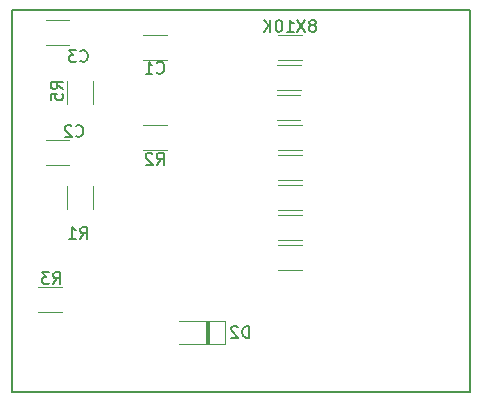
<source format=gbr>
G04 #@! TF.GenerationSoftware,KiCad,Pcbnew,(5.0.2)-1*
G04 #@! TF.CreationDate,2018-12-23T15:01:24+01:00*
G04 #@! TF.ProjectId,MutltiSwitch_Sw8,4d75746c-7469-4537-9769-7463685f5377,0.1*
G04 #@! TF.SameCoordinates,Original*
G04 #@! TF.FileFunction,Legend,Bot*
G04 #@! TF.FilePolarity,Positive*
%FSLAX46Y46*%
G04 Gerber Fmt 4.6, Leading zero omitted, Abs format (unit mm)*
G04 Created by KiCad (PCBNEW (5.0.2)-1) date 23/12/2018 15:01:24*
%MOMM*%
%LPD*%
G01*
G04 APERTURE LIST*
%ADD10C,0.200000*%
%ADD11C,0.150000*%
%ADD12C,0.120000*%
G04 APERTURE END LIST*
D10*
X149860000Y-114681000D02*
X149860000Y-116459000D01*
X149987000Y-116459000D02*
X149987000Y-114681000D01*
D11*
X158868809Y-89542952D02*
X158964047Y-89495333D01*
X159011666Y-89447714D01*
X159059285Y-89352476D01*
X159059285Y-89304857D01*
X159011666Y-89209619D01*
X158964047Y-89162000D01*
X158868809Y-89114380D01*
X158678333Y-89114380D01*
X158583095Y-89162000D01*
X158535476Y-89209619D01*
X158487857Y-89304857D01*
X158487857Y-89352476D01*
X158535476Y-89447714D01*
X158583095Y-89495333D01*
X158678333Y-89542952D01*
X158868809Y-89542952D01*
X158964047Y-89590571D01*
X159011666Y-89638190D01*
X159059285Y-89733428D01*
X159059285Y-89923904D01*
X159011666Y-90019142D01*
X158964047Y-90066761D01*
X158868809Y-90114380D01*
X158678333Y-90114380D01*
X158583095Y-90066761D01*
X158535476Y-90019142D01*
X158487857Y-89923904D01*
X158487857Y-89733428D01*
X158535476Y-89638190D01*
X158583095Y-89590571D01*
X158678333Y-89542952D01*
X158154523Y-89114380D02*
X157487857Y-90114380D01*
X157487857Y-89114380D02*
X158154523Y-90114380D01*
X156583095Y-90114380D02*
X157154523Y-90114380D01*
X156868809Y-90114380D02*
X156868809Y-89114380D01*
X156964047Y-89257238D01*
X157059285Y-89352476D01*
X157154523Y-89400095D01*
X155964047Y-89114380D02*
X155868809Y-89114380D01*
X155773571Y-89162000D01*
X155725952Y-89209619D01*
X155678333Y-89304857D01*
X155630714Y-89495333D01*
X155630714Y-89733428D01*
X155678333Y-89923904D01*
X155725952Y-90019142D01*
X155773571Y-90066761D01*
X155868809Y-90114380D01*
X155964047Y-90114380D01*
X156059285Y-90066761D01*
X156106904Y-90019142D01*
X156154523Y-89923904D01*
X156202142Y-89733428D01*
X156202142Y-89495333D01*
X156154523Y-89304857D01*
X156106904Y-89209619D01*
X156059285Y-89162000D01*
X155964047Y-89114380D01*
X155202142Y-90114380D02*
X155202142Y-89114380D01*
X154630714Y-90114380D02*
X155059285Y-89542952D01*
X154630714Y-89114380D02*
X155202142Y-89685809D01*
X133350000Y-120650000D02*
X133350000Y-88265000D01*
X172085000Y-120650000D02*
X172085000Y-88265000D01*
X172085000Y-88265000D02*
X133350000Y-88265000D01*
X133350000Y-120650000D02*
X172085000Y-120650000D01*
D12*
G04 #@! TO.C,C1*
X146415000Y-92460000D02*
X144415000Y-92460000D01*
X144415000Y-90420000D02*
X146415000Y-90420000D01*
G04 #@! TO.C,C2*
X138160000Y-101350000D02*
X136160000Y-101350000D01*
X136160000Y-99310000D02*
X138160000Y-99310000D01*
G04 #@! TO.C,C3*
X138160000Y-91190000D02*
X136160000Y-91190000D01*
X136160000Y-89150000D02*
X138160000Y-89150000D01*
G04 #@! TO.C,R2*
X146415000Y-97990000D02*
X144415000Y-97990000D01*
X144415000Y-100130000D02*
X146415000Y-100130000D01*
G04 #@! TO.C,R1*
X137995000Y-103140000D02*
X137995000Y-105140000D01*
X140135000Y-105140000D02*
X140135000Y-103140000D01*
G04 #@! TO.C,D2*
X151348000Y-114570000D02*
X151348000Y-116570000D01*
X151348000Y-116570000D02*
X147448000Y-116570000D01*
X151348000Y-114570000D02*
X147448000Y-114570000D01*
G04 #@! TO.C,R3*
X137525000Y-111706000D02*
X135525000Y-111706000D01*
X135525000Y-113846000D02*
X137525000Y-113846000D01*
G04 #@! TO.C,R5*
X137995000Y-94250000D02*
X137995000Y-96250000D01*
X140135000Y-96250000D02*
X140135000Y-94250000D01*
G04 #@! TO.C,R6*
X157845000Y-90370000D02*
X155845000Y-90370000D01*
X155845000Y-92510000D02*
X157845000Y-92510000D01*
G04 #@! TO.C,R7*
X157792000Y-92910000D02*
X155792000Y-92910000D01*
X155792000Y-95050000D02*
X157792000Y-95050000D01*
G04 #@! TO.C,R8*
X157718000Y-95450000D02*
X155718000Y-95450000D01*
X155718000Y-97590000D02*
X157718000Y-97590000D01*
G04 #@! TO.C,R9*
X157845000Y-97990000D02*
X155845000Y-97990000D01*
X155845000Y-100130000D02*
X157845000Y-100130000D01*
G04 #@! TO.C,R10*
X157845000Y-100530000D02*
X155845000Y-100530000D01*
X155845000Y-102670000D02*
X157845000Y-102670000D01*
G04 #@! TO.C,R11*
X157845000Y-103070000D02*
X155845000Y-103070000D01*
X155845000Y-105210000D02*
X157845000Y-105210000D01*
G04 #@! TO.C,R12*
X157845000Y-105610000D02*
X155845000Y-105610000D01*
X155845000Y-107750000D02*
X157845000Y-107750000D01*
G04 #@! TO.C,R13*
X157845000Y-108150000D02*
X155845000Y-108150000D01*
X155845000Y-110290000D02*
X157845000Y-110290000D01*
G04 #@! TD*
G04 #@! TO.C,C1*
D11*
X145581666Y-93547142D02*
X145629285Y-93594761D01*
X145772142Y-93642380D01*
X145867380Y-93642380D01*
X146010238Y-93594761D01*
X146105476Y-93499523D01*
X146153095Y-93404285D01*
X146200714Y-93213809D01*
X146200714Y-93070952D01*
X146153095Y-92880476D01*
X146105476Y-92785238D01*
X146010238Y-92690000D01*
X145867380Y-92642380D01*
X145772142Y-92642380D01*
X145629285Y-92690000D01*
X145581666Y-92737619D01*
X144629285Y-93642380D02*
X145200714Y-93642380D01*
X144915000Y-93642380D02*
X144915000Y-92642380D01*
X145010238Y-92785238D01*
X145105476Y-92880476D01*
X145200714Y-92928095D01*
G04 #@! TO.C,C2*
X138723666Y-98909142D02*
X138771285Y-98956761D01*
X138914142Y-99004380D01*
X139009380Y-99004380D01*
X139152238Y-98956761D01*
X139247476Y-98861523D01*
X139295095Y-98766285D01*
X139342714Y-98575809D01*
X139342714Y-98432952D01*
X139295095Y-98242476D01*
X139247476Y-98147238D01*
X139152238Y-98052000D01*
X139009380Y-98004380D01*
X138914142Y-98004380D01*
X138771285Y-98052000D01*
X138723666Y-98099619D01*
X138342714Y-98099619D02*
X138295095Y-98052000D01*
X138199857Y-98004380D01*
X137961761Y-98004380D01*
X137866523Y-98052000D01*
X137818904Y-98099619D01*
X137771285Y-98194857D01*
X137771285Y-98290095D01*
X137818904Y-98432952D01*
X138390333Y-99004380D01*
X137771285Y-99004380D01*
G04 #@! TO.C,C3*
X139104666Y-92559142D02*
X139152285Y-92606761D01*
X139295142Y-92654380D01*
X139390380Y-92654380D01*
X139533238Y-92606761D01*
X139628476Y-92511523D01*
X139676095Y-92416285D01*
X139723714Y-92225809D01*
X139723714Y-92082952D01*
X139676095Y-91892476D01*
X139628476Y-91797238D01*
X139533238Y-91702000D01*
X139390380Y-91654380D01*
X139295142Y-91654380D01*
X139152285Y-91702000D01*
X139104666Y-91749619D01*
X138771333Y-91654380D02*
X138152285Y-91654380D01*
X138485619Y-92035333D01*
X138342761Y-92035333D01*
X138247523Y-92082952D01*
X138199904Y-92130571D01*
X138152285Y-92225809D01*
X138152285Y-92463904D01*
X138199904Y-92559142D01*
X138247523Y-92606761D01*
X138342761Y-92654380D01*
X138628476Y-92654380D01*
X138723714Y-92606761D01*
X138771333Y-92559142D01*
G04 #@! TO.C,R2*
X145581666Y-101362380D02*
X145915000Y-100886190D01*
X146153095Y-101362380D02*
X146153095Y-100362380D01*
X145772142Y-100362380D01*
X145676904Y-100410000D01*
X145629285Y-100457619D01*
X145581666Y-100552857D01*
X145581666Y-100695714D01*
X145629285Y-100790952D01*
X145676904Y-100838571D01*
X145772142Y-100886190D01*
X146153095Y-100886190D01*
X145200714Y-100457619D02*
X145153095Y-100410000D01*
X145057857Y-100362380D01*
X144819761Y-100362380D01*
X144724523Y-100410000D01*
X144676904Y-100457619D01*
X144629285Y-100552857D01*
X144629285Y-100648095D01*
X144676904Y-100790952D01*
X145248333Y-101362380D01*
X144629285Y-101362380D01*
G04 #@! TO.C,R1*
X139104666Y-107640380D02*
X139438000Y-107164190D01*
X139676095Y-107640380D02*
X139676095Y-106640380D01*
X139295142Y-106640380D01*
X139199904Y-106688000D01*
X139152285Y-106735619D01*
X139104666Y-106830857D01*
X139104666Y-106973714D01*
X139152285Y-107068952D01*
X139199904Y-107116571D01*
X139295142Y-107164190D01*
X139676095Y-107164190D01*
X138152285Y-107640380D02*
X138723714Y-107640380D01*
X138438000Y-107640380D02*
X138438000Y-106640380D01*
X138533238Y-106783238D01*
X138628476Y-106878476D01*
X138723714Y-106926095D01*
G04 #@! TO.C,D2*
X153392095Y-116022380D02*
X153392095Y-115022380D01*
X153154000Y-115022380D01*
X153011142Y-115070000D01*
X152915904Y-115165238D01*
X152868285Y-115260476D01*
X152820666Y-115450952D01*
X152820666Y-115593809D01*
X152868285Y-115784285D01*
X152915904Y-115879523D01*
X153011142Y-115974761D01*
X153154000Y-116022380D01*
X153392095Y-116022380D01*
X152439714Y-115117619D02*
X152392095Y-115070000D01*
X152296857Y-115022380D01*
X152058761Y-115022380D01*
X151963523Y-115070000D01*
X151915904Y-115117619D01*
X151868285Y-115212857D01*
X151868285Y-115308095D01*
X151915904Y-115450952D01*
X152487333Y-116022380D01*
X151868285Y-116022380D01*
G04 #@! TO.C,R3*
X136818666Y-111450380D02*
X137152000Y-110974190D01*
X137390095Y-111450380D02*
X137390095Y-110450380D01*
X137009142Y-110450380D01*
X136913904Y-110498000D01*
X136866285Y-110545619D01*
X136818666Y-110640857D01*
X136818666Y-110783714D01*
X136866285Y-110878952D01*
X136913904Y-110926571D01*
X137009142Y-110974190D01*
X137390095Y-110974190D01*
X136485333Y-110450380D02*
X135866285Y-110450380D01*
X136199619Y-110831333D01*
X136056761Y-110831333D01*
X135961523Y-110878952D01*
X135913904Y-110926571D01*
X135866285Y-111021809D01*
X135866285Y-111259904D01*
X135913904Y-111355142D01*
X135961523Y-111402761D01*
X136056761Y-111450380D01*
X136342476Y-111450380D01*
X136437714Y-111402761D01*
X136485333Y-111355142D01*
G04 #@! TO.C,R5*
X137612380Y-94956333D02*
X137136190Y-94623000D01*
X137612380Y-94384904D02*
X136612380Y-94384904D01*
X136612380Y-94765857D01*
X136660000Y-94861095D01*
X136707619Y-94908714D01*
X136802857Y-94956333D01*
X136945714Y-94956333D01*
X137040952Y-94908714D01*
X137088571Y-94861095D01*
X137136190Y-94765857D01*
X137136190Y-94384904D01*
X136612380Y-95861095D02*
X136612380Y-95384904D01*
X137088571Y-95337285D01*
X137040952Y-95384904D01*
X136993333Y-95480142D01*
X136993333Y-95718238D01*
X137040952Y-95813476D01*
X137088571Y-95861095D01*
X137183809Y-95908714D01*
X137421904Y-95908714D01*
X137517142Y-95861095D01*
X137564761Y-95813476D01*
X137612380Y-95718238D01*
X137612380Y-95480142D01*
X137564761Y-95384904D01*
X137517142Y-95337285D01*
G04 #@! TD*
M02*

</source>
